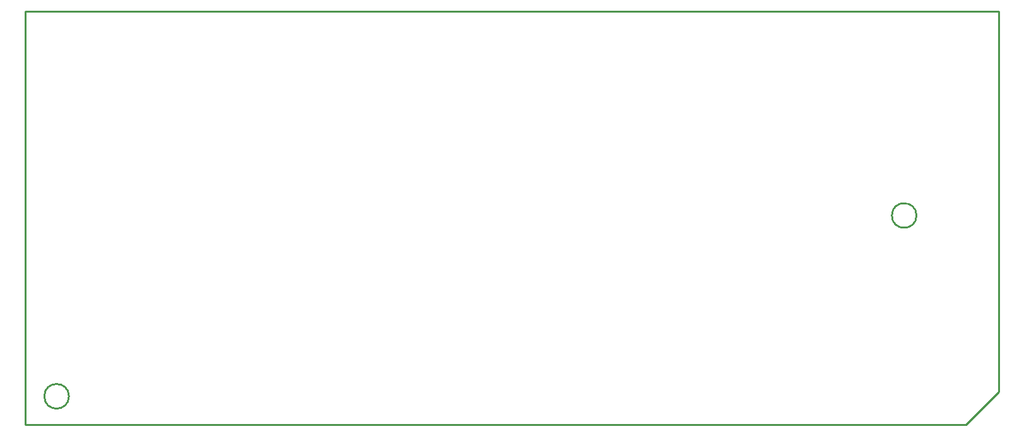
<source format=gko>
G04*
G04 #@! TF.GenerationSoftware,Altium Limited,Altium Designer,21.6.4 (81)*
G04*
G04 Layer_Color=16711935*
%FSLAX44Y44*%
%MOMM*%
G71*
G04*
G04 #@! TF.SameCoordinates,E4B945DB-FB87-47C5-857E-45FB9DAC6770*
G04*
G04*
G04 #@! TF.FilePolarity,Positive*
G04*
G01*
G75*
%ADD13C,0.2540*%
D13*
X57150Y36830D02*
G03*
X57150Y36830I-16510J0D01*
G01*
X1193800Y279400D02*
G03*
X1193800Y279400I-16510J0D01*
G01*
X-1270Y553720D02*
X1304290D01*
X1259840Y-1270D02*
X1304290Y43180D01*
X1304290Y553720D02*
X1304290Y43180D01*
X-1270Y-1270D02*
X1259840D01*
X-1270Y553720D02*
X-1270Y-1270D01*
M02*

</source>
